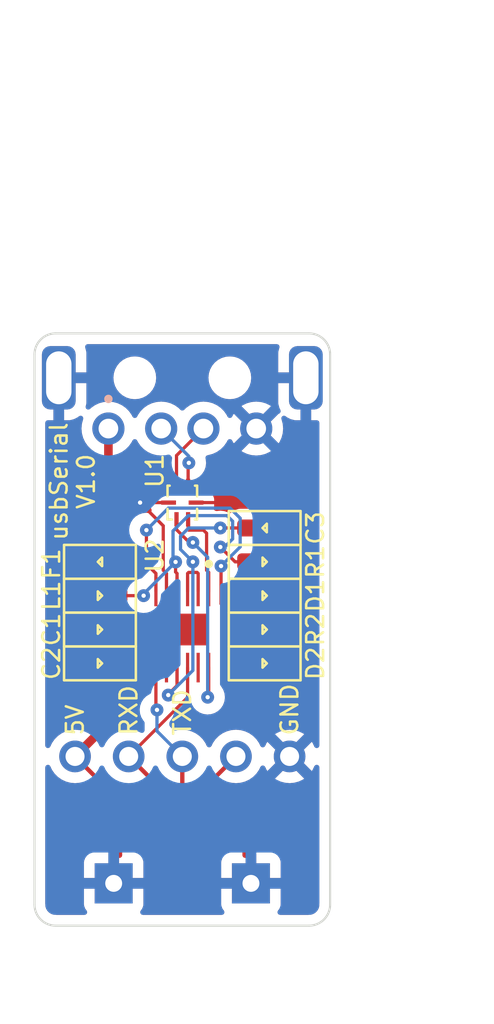
<source format=kicad_pcb>
(kicad_pcb (version 20211014) (generator pcbnew)
  (title_block (title "usbSerial") (date "2022-11-08") (rev "V1.0") (company "https://github.com/KimiakiK"))
  (layers (0 "F.Cu" signal) (31 "B.Cu" signal) (34 "B.Paste" user) (35 "F.Paste" user) (36 "B.SilkS" user "B.Silkscreen") (37 "F.SilkS" user "F.Silkscreen") (38 "B.Mask" user) (39 "F.Mask" user) (44 "Edge.Cuts" user))
  (net 0 "")
  (net 1 "+5V")
  (net 2 "GND")
  (net 3 "+3.3V")
  (net 4 "Net-(D1-Pad2)")
  (net 5 "Net-(D2-Pad2)")
  (net 6 "Net-(F1-Pad1)")
  (net 7 "Net-(F1-Pad2)")
  (net 8 "/-D")
  (net 9 "/+D")
  (net 10 "/RXD")
  (net 11 "/TXD")
  (net 12 "Net-(J2-Pad4)")
  (net 13 "LED")
  (net 14 "/DM")
  (net 15 "/DP")
  (footprint "usbSerial:1608Metric" (layer "F.Cu") (at -3.9 -1.6 180)
    (fp_text reference "L1" (at 2.3 0 90) (layer "F.SilkS") (effects (font (size 0.8 0.8) (thickness 0.12))))
    (fp_text value "L")
    (fp_line (start 0.1 0.2) (end -0.1 0) (layer "F.SilkS") (width 0.12))
    (fp_line (start 0.1 -0.2) (end 0.1 0.2) (layer "F.SilkS") (width 0.12))
    (fp_line (start -1.7 -0.8) (end -1.7 0.8) (layer "F.SilkS") (width 0.12))
    (fp_line (start -1.7 -0.8) (end 1.7 -0.8) (layer "F.SilkS") (width 0.12))
    (fp_line (start -1.7 0.8) (end 1.7 0.8) (layer "F.SilkS") (width 0.12))
    (fp_line (start 1.7 -0.8) (end 1.7 0.8) (layer "F.SilkS") (width 0.12))
    (fp_line (start -0.1 0) (end 0.1 -0.2) (layer "F.SilkS") (width 0.12))
    (pad "1" smd roundrect (at -0.85 0 180) (size 0.9 0.8) (layers "F.Cu" "F.Paste" "F.Mask") (net 1 "+5V"))
    (pad "2" smd roundrect (at 0.85 0 180) (size 0.9 0.8) (layers "F.Cu" "F.Paste" "F.Mask") (net 6 "Net-(F1-Pad1)"))
  )
  (footprint "usbSerial:USB MicroB ZX62-B-5PA" (layer "F.Cu") (at 0 12)
    (fp_text reference "J2" hide)
    (fp_text value "USB_B_Micro")
    (pad "1" smd rect (at -1.3 -2.875) (size 0.3 1.75) (layers "F.Cu" "F.Paste" "F.Mask") (net 1 "+5V"))
    (pad "2" smd rect (at -0.65 -2.875) (size 0.3 1.75) (layers "F.Cu" "F.Paste" "F.Mask") (net 10 "/RXD"))
    (pad "3" smd rect (at 0 -2.875) (size 0.3 1.75) (layers "F.Cu" "F.Paste" "F.Mask") (net 11 "/TXD"))
    (pad "4" smd rect (at 0.65 -2.875) (size 0.3 1.75) (layers "F.Cu" "F.Paste" "F.Mask") (net 12 "Net-(J2-Pad4)"))
    (pad "5" smd rect (at 1.3 -2.875) (size 0.3 1.75) (layers "F.Cu" "F.Paste" "F.Mask") (net 2 "GND"))
    (pad "6" smd rect (at 3.1 -2.55) (size 2.1 1.6) (layers "F.Cu" "F.Paste" "F.Mask") (net 2 "GND"))
    (pad "6" thru_hole rect (at -3.25 0) (size 1.8 1.9) (drill 0.8) (layers *.Cu *.Mask) (net 2 "GND"))
    (pad "6" smd rect (at -3.1 -2.55) (size 2.1 1.6) (layers "F.Cu" "F.Paste" "F.Mask") (net 2 "GND"))
    (pad "6" thru_hole rect (at 3.25 0) (size 1.8 1.9) (drill 0.8) (layers *.Cu *.Mask) (net 2 "GND"))
  )
  (footprint "usbSerial:1608Metric" (layer "F.Cu") (at 3.9 1.6 180)
    (fp_text reference "D2" (at -2.4 0 90) (layer "F.SilkS") (effects (font (size 0.8 0.8) (thickness 0.12))))
    (fp_text value "LED")
    (fp_line (start -0.1 0) (end 0.1 -0.2) (layer "F.SilkS") (width 0.12))
    (fp_line (start 1.7 -0.8) (end 1.7 0.8) (layer "F.SilkS") (width 0.12))
    (fp_line (start -1.7 -0.8) (end -1.7 0.8) (layer "F.SilkS") (width 0.12))
    (fp_line (start 0.1 0.2) (end -0.1 0) (layer "F.SilkS") (width 0.12))
    (fp_line (start -1.7 0.8) (end 1.7 0.8) (layer "F.SilkS") (width 0.12))
    (fp_line (start 0.1 -0.2) (end 0.1 0.2) (layer "F.SilkS") (width 0.12))
    (fp_line (start -1.7 -0.8) (end 1.7 -0.8) (layer "F.SilkS") (width 0.12))
    (pad "1" smd roundrect (at -0.85 0 180) (size 0.9 0.8) (layers "F.Cu" "F.Paste" "F.Mask") (net 2 "GND"))
    (pad "2" smd roundrect (at 0.85 0 180) (size 0.9 0.8) (layers "F.Cu" "F.Paste" "F.Mask") (net 5 "Net-(D2-Pad2)"))
  )
  (footprint "usbSerial:DFN-12-1EP_3x3mm_P0.45mm_EP1.66x2.38mm" (layer "F.Cu") (at 0 0 -90)
    (fp_text reference "U2" (at -3.5 1.3 -90) (layer "F.SilkS") (effects (font (size 0.8 0.8) (thickness 0.12))))
    (fp_text value "FT234XD")
    (fp_circle (center -3.1 -1.25) (end -3 -1.25) (layer "F.SilkS") (width 0.2) (fill none))
    (pad "1" smd rect (at -1.8 -1.25 270) (size 1.4 0.15) (layers "F.Cu" "F.Paste" "F.Mask") (net 14 "/DM"))
    (pad "2" smd rect (at -1.8 -0.75 270) (size 1.4 0.15) (layers "F.Cu" "F.Paste" "F.Mask") (net 3 "+3.3V"))
    (pad "3" smd rect (at -1.8 -0.25 270) (size 1.4 0.15) (layers "F.Cu" "F.Paste" "F.Mask") (net 3 "+3.3V"))
    (pad "4" smd rect (at -1.8 0.25 270) (size 1.4 0.15) (layers "F.Cu" "F.Paste" "F.Mask") (net 1 "+5V"))
    (pad "5" smd rect (at -1.8 0.75 270) (size 1.4 0.15) (layers "F.Cu" "F.Paste" "F.Mask") (net 2 "GND"))
    (pad "6" smd rect (at -1.8 1.25 270) (size 1.4 0.15) (layers "F.Cu" "F.Paste" "F.Mask") (net 13 "LED"))
    (pad "7" smd rect (at 1.8 1.25 270) (size 1.4 0.15) (layers "F.Cu" "F.Paste" "F.Mask") (net 11 "/TXD"))
    (pad "8" smd rect (at 1.8 0.75 270) (size 1.4 0.15) (layers "F.Cu" "F.Paste" "F.Mask"))
    (pad "9" smd rect (at 1.8 0.25 270) (size 1.4 0.15) (layers "F.Cu" "F.Paste" "F.Mask") (net 3 "+3.3V"))
    (pad "10" smd rect (at 1.8 -0.25 270) (size 1.4 0.15) (layers "F.Cu" "F.Paste" "F.Mask") (net 10 "/RXD"))
    (pad "11" smd rect (at 1.8 -0.75 270) (size 1.4 0.15) (layers "F.Cu" "F.Paste" "F.Mask"))
    (pad "12" smd rect (at 1.8 -1.25 270) (size 1.4 0.15) (layers "F.Cu" "F.Paste" "F.Mask") (net 15 "/DP"))
    (pad "13" smd rect (at -0.925 0.75 270) (size 0.35 0.15) (layers "F.Cu" "F.Paste" "F.Mask") (net 2 "GND"))
    (pad "13" smd rect (at 0 0 270) (size 1.5 2.5) (layers "F.Cu" "F.Paste" "F.Mask") (net 2 "GND"))
  )
  (footprint "usbSerial:TestPoint_THTPad_D1.5mm_Drill0.9mm" (layer "F.Cu") (at -5.08 6)
    (fp_text reference "TP1" hide)
    (fp_text value "TestPoint")
    (pad "1" thru_hole circle (at 0 0) (size 1.5 1.5) (drill 0.9) (layers *.Cu *.Mask) (net 1 "+5V"))
  )
  (footprint "usbSerial:TestPoint_THTPad_D1.5mm_Drill0.9mm" (layer "F.Cu") (at 0 6)
    (fp_text reference "TP3" hide)
    (fp_text value "TestPoint")
    (pad "1" thru_hole circle (at 0 0) (size 1.5 1.5) (drill 0.9) (layers *.Cu *.Mask) (net 11 "/TXD"))
  )
  (footprint "usbSerial:1608Metric" (layer "F.Cu") (at 3.9 -3.2 180)
    (fp_text reference "R1" (at -2.4 0 90) (layer "F.SilkS") (effects (font (size 0.8 0.8) (thickness 0.12))))
    (fp_text value "R")
    (fp_line (start 0.1 -0.2) (end 0.1 0.2) (layer "F.SilkS") (width 0.12))
    (fp_line (start 0.1 0.2) (end -0.1 0) (layer "F.SilkS") (width 0.12))
    (fp_line (start 1.7 -0.8) (end 1.7 0.8) (layer "F.SilkS") (width 0.12))
    (fp_line (start -1.7 0.8) (end 1.7 0.8) (layer "F.SilkS") (width 0.12))
    (fp_line (start -1.7 -0.8) (end 1.7 -0.8) (layer "F.SilkS") (width 0.12))
    (fp_line (start -1.7 -0.8) (end -1.7 0.8) (layer "F.SilkS") (width 0.12))
    (fp_line (start -0.1 0) (end 0.1 -0.2) (layer "F.SilkS") (width 0.12))
    (pad "1" smd roundrect (at -0.85 0 180) (size 0.9 0.8) (layers "F.Cu" "F.Paste" "F.Mask") (net 4 "Net-(D1-Pad2)"))
    (pad "2" smd roundrect (at 0.85 0 180) (size 0.9 0.8) (layers "F.Cu" "F.Paste" "F.Mask") (net 1 "+5V"))
  )
  (footprint "usbSerial:TestPoint_THTPad_D1.5mm_Drill0.9mm" (layer "F.Cu") (at 2.54 6)
    (fp_text reference "TP4" hide)
    (fp_text value "TestPoint")
    (pad "1" thru_hole circle (at 0 0) (size 1.5 1.5) (drill 0.9) (layers *.Cu *.Mask) (net 12 "Net-(J2-Pad4)"))
  )
  (footprint "usbSerial:LXES11D" (layer "F.Cu") (at 0 -6)
    (fp_text reference "U1" (at -1.3 -1.5 90) (layer "F.SilkS") (effects (font (size 0.8 0.8) (thickness 0.12))))
    (fp_text value "LXES11DAA2-135")
    (fp_line (start 0.6 -0.8) (end 0.7 -0.8) (layer "F.SilkS") (width 0.12))
    (fp_line (start -0.7 0.8) (end -0.7 0.3) (layer "F.SilkS") (width 0.12))
    (fp_line (start 0.7 -0.8) (end 0.7 -0.3) (layer "F.SilkS") (width 0.12))
    (fp_line (start -0.7 -0.3) (end -0.7 -0.8) (layer "F.SilkS") (width 0.12))
    (fp_line (start -0.5 0.8) (end -0.7 0.8) (layer "F.SilkS") (width 0.12))
    (fp_line (start 0.7 0.8) (end 0.6 0.8) (layer "F.SilkS") (width 0.12))
    (fp_line (start 0.7 0.3) (end 0.7 0.8) (layer "F.SilkS") (width 0.12))
    (fp_line (start -0.7 -0.8) (end -0.6 -0.8) (layer "F.SilkS") (width 0.12))
    (pad "1" smd rect (at -0.275 -0.7875) (size 0.2 0.675) (layers "F.Cu" "F.Paste" "F.Mask") (net 9 "/+D"))
    (pad "2" smd rect (at 0.275 -0.7875) (size 0.2 0.675) (layers "F.Cu" "F.Paste" "F.Mask") (net 8 "/-D"))
    (pad "3" smd rect (at 0.65 0) (size 0.7 0.2) (layers "F.Cu" "F.Paste" "F.Mask") (net 2 "GND"))
    (pad "4" smd rect (at 0.275 0.7875) (size 0.2 0.675) (layers "F.Cu" "F.Paste" "F.Mask") (net 14 "/DM"))
    (pad "5" smd rect (at -0.275 0.7875) (size 0.2 0.675) (layers "F.Cu" "F.Paste" "F.Mask") (net 15 "/DP"))
    (pad "6" smd rect (at -0.65 0) (size 0.7 0.2) (layers "F.Cu" "F.Paste" "F.Mask") (net 2 "GND"))
  )
  (footprint "usbSerial:1608Metric" (layer "F.Cu") (at -3.9 0 180)
    (fp_text reference "C1" (at 2.3 0 90) (layer "F.SilkS") (effects (font (size 0.8 0.8) (thickness 0.12))))
    (fp_text value "10uF")
    (fp_line (start -1.7 0.8) (end 1.7 0.8) (layer "F.SilkS") (width 0.12))
    (fp_line (start -1.7 -0.8) (end -1.7 0.8) (layer "F.SilkS") (width 0.12))
    (fp_line (start 0.1 0.2) (end -0.1 0) (layer "F.SilkS") (width 0.12))
    (fp_line (start -1.7 -0.8) (end 1.7 -0.8) (layer "F.SilkS") (width 0.12))
    (fp_line (start 0.1 -0.2) (end 0.1 0.2) (layer "F.SilkS") (width 0.12))
    (fp_line (start -0.1 0) (end 0.1 -0.2) (layer "F.SilkS") (width 0.12))
    (fp_line (start 1.7 -0.8) (end 1.7 0.8) (layer "F.SilkS") (width 0.12))
    (pad "1" smd roundrect (at -0.85 0 180) (size 0.9 0.8) (layers "F.Cu" "F.Paste" "F.Mask") (net 1 "+5V"))
    (pad "2" smd roundrect (at 0.85 0 180) (size 0.9 0.8) (layers "F.Cu" "F.Paste" "F.Mask") (net 2 "GND"))
  )
  (footprint "usbSerial:1608Metric" (layer "F.Cu") (at 3.9 -4.8)
    (fp_text reference "C3" (at 2.4 0 90) (layer "F.SilkS") (effects (font (size 0.8 0.8) (thickness 0.12))))
    (fp_text value "0.1uF")
    (fp_line (start -1.7 0.8) (end 1.7 0.8) (layer "F.SilkS") (width 0.12))
    (fp_line (start 1.7 -0.8) (end 1.7 0.8) (layer "F.SilkS") (width 0.12))
    (fp_line (start -1.7 -0.8) (end 1.7 -0.8) (layer "F.SilkS") (width 0.12))
    (fp_line (start -1.7 -0.8) (end -1.7 0.8) (layer "F.SilkS") (width 0.12))
    (fp_line (start 0.1 0.2) (end -0.1 0) (layer "F.SilkS") (width 0.12))
    (fp_line (start 0.1 -0.2) (end 0.1 0.2) (layer "F.SilkS") (width 0.12))
    (fp_line (start -0.1 0) (end 0.1 -0.2) (layer "F.SilkS") (width 0.12))
    (pad "1" smd roundrect (at -0.85 0) (size 0.9 0.8) (layers "F.Cu" "F.Paste" "F.Mask") (net 3 "+3.3V"))
    (pad "2" smd roundrect (at 0.85 0) (size 0.9 0.8) (layers "F.Cu" "F.Paste" "F.Mask") (net 2 "GND"))
  )
  (footprint "usbSerial:1608Metric" (layer "F.Cu") (at 3.9 0 180)
    (fp_text reference "R2" (at -2.4 0 90) (layer "F.SilkS") (effects (font (size 0.8 0.8) (thickness 0.12))))
    (fp_text value "R")
    (fp_line (start 0.1 -0.2) (end 0.1 0.2) (layer "F.SilkS") (width 0.12))
    (fp_line (start 0.1 0.2) (end -0.1 0) (layer "F.SilkS") (width 0.12))
    (fp_line (start -1.7 -0.8) (end -1.7 0.8) (layer "F.SilkS") (width 0.12))
    (fp_line (start -0.1 0) (end 0.1 -0.2) (layer "F.SilkS") (width 0.12))
    (fp_line (start 1.7 -0.8) (end 1.7 0.8) (layer "F.SilkS") (width 0.12))
    (fp_line (start -1.7 -0.8) (end 1.7 -0.8) (layer "F.SilkS") (width 0.12))
    (fp_line (start -1.7 0.8) (end 1.7 0.8) (layer "F.SilkS") (width 0.12))
    (pad "1" smd roundrect (at -0.85 0 180) (size 0.9 0.8) (layers "F.Cu" "F.Paste" "F.Mask") (net 5 "Net-(D2-Pad2)"))
    (pad "2" smd roundrect (at 0.85 0 180) (size 0.9 0.8) (layers "F.Cu" "F.Paste" "F.Mask") (net 13 "LED"))
  )
  (footprint "usbSerial:1608Metric" (layer "F.Cu") (at 3.9 -1.6 180)
    (fp_text reference "D1" (at -2.4 0 90) (layer "F.SilkS") (effects (font (size 0.8 0.8) (thickness 0.12))))
    (fp_text value "LED")
    (fp_line (start -1.7 0.8) (end 1.7 0.8) (layer "F.SilkS") (width 0.12))
    (fp_line (start -0.1 0) (end 0.1 -0.2) (layer "F.SilkS") (width 0.12))
    (fp_line (start -1.7 -0.8) (end 1.7 -0.8) (layer "F.SilkS") (width 0.12))
    (fp_line (start -1.7 -0.8) (end -1.7 0.8) (layer "F.SilkS") (width 0.12))
    (fp_line (start 0.1 0.2) (end -0.1 0) (layer "F.SilkS") (width 0.12))
    (fp_line (start 1.7 -0.8) (end 1.7 0.8) (layer "F.SilkS") (width 0.12))
    (fp_line (start 0.1 -0.2) (end 0.1 0.2) (layer "F.SilkS") (width 0.12))
    (pad "1" smd roundrect (at -0.85 0 180) (size 0.9 0.8) (layers "F.Cu" "F.Paste" "F.Mask") (net 2 "GND"))
    (pad "2" smd roundrect (at 0.85 0 180) (size 0.9 0.8) (layers "F.Cu" "F.Paste" "F.Mask") (net 4 "Net-(D1-Pad2)"))
  )
  (footprint "usbSerial:TestPoint_THTPad_D1.5mm_Drill0.9mm" (layer "F.Cu") (at 5.08 6)
    (fp_text reference "TP5" hide)
    (fp_text value "TestPoint")
    (pad "1" thru_hole circle (at 0 0) (size 1.5 1.5) (drill 0.9) (layers *.Cu *.Mask) (net 2 "GND"))
  )
  (footprint "usbSerial:1608Metric" (layer "F.Cu") (at -3.9 1.6 180)
    (fp_text reference "C2" (at 2.3 0 90) (layer "F.SilkS") (effects (font (size 0.8 0.8) (thickness 0.12))))
    (fp_text value "0.1uF")
    (fp_line (start 0.1 0.2) (end -0.1 0) (layer "F.SilkS") (width 0.12))
    (fp_line (start -0.1 0) (end 0.1 -0.2) (layer "F.SilkS") (width 0.12))
    (fp_line (start -1.7 -0.8) (end 1.7 -0.8) (layer "F.SilkS") (width 0.12))
    (fp_line (start 0.1 -0.2) (end 0.1 0.2) (layer "F.SilkS") (width 0.12))
    (fp_line (start -1.7 0.8) (end 1.7 0.8) (layer "F.SilkS") (width 0.12))
    (fp_line (start -1.7 -0.8) (end -1.7 0.8) (layer "F.SilkS") (width 0.12))
    (fp_line (start 1.7 -0.8) (end 1.7 0.8) (layer "F.SilkS") (width 0.12))
    (pad "1" smd roundrect (at -0.85 0 180) (size 0.9 0.8) (layers "F.Cu" "F.Paste" "F.Mask") (net 1 "+5V"))
    (pad "2" smd roundrect (at 0.85 0 180) (size 0.9 0.8) (layers "F.Cu" "F.Paste" "F.Mask") (net 2 "GND"))
  )
  (footprint "usbSerial:1608Metric" (layer "F.Cu") (at -3.9 -3.2)
    (fp_text reference "F1" (at -2.3 0.1 90) (layer "F.SilkS") (effects (font (size 0.8 0.8) (thickness 0.12))))
    (fp_text value "Polyfuse")
    (fp_line (start -0.1 0) (end 0.1 -0.2) (layer "F.SilkS") (width 0.12))
    (fp_line (start -1.7 0.8) (end 1.7 0.8) (layer "F.SilkS") (width 0.12))
    (fp_line (start -1.7 -0.8) (end -1.7 0.8) (layer "F.SilkS") (width 0.12))
    (fp_line (start 0.1 -0.2) (end 0.1 0.2) (layer "F.SilkS") (width 0.12))
    (fp_line (start 0.1 0.2) (end -0.1 0) (layer "F.SilkS") (width 0.12))
    (fp_line (start 1.7 -0.8) (end 1.7 0.8) (layer "F.SilkS") (width 0.12))
    (fp_line (start -1.7 -0.8) (end 1.7 -0.8) (layer "F.SilkS") (width 0.12))
    (pad "1" smd roundrect (at -0.85 0) (size 0.9 0.8) (layers "F.Cu" "F.Paste" "F.Mask") (net 6 "Net-(F1-Pad1)"))
    (pad "2" smd roundrect (at 0.85 0) (size 0.9 0.8) (layers "F.Cu" "F.Paste" "F.Mask") (net 7 "Net-(F1-Pad2)"))
  )
  (footprint "usbSerial:TestPoint_THTPad_D1.5mm_Drill0.9mm" (layer "F.Cu") (at -2.54 6)
    (fp_text reference "TP2" hide)
    (fp_text value "TestPoint")
    (pad "1" thru_hole circle (at 0 0) (size 1.5 1.5) (drill 0.9) (layers *.Cu *.Mask) (net 10 "/RXD"))
  )
  (footprint "usbSerial:USB Type-A" (layer "B.Cu") (at 0 -9.5 180)
    (fp_text reference "J1" hide)
    (fp_text value "USB_A")
    (fp_circle (center 3.5 1.4) (end 3.6 1.4) (layer "B.SilkS") (width 0.2) (fill none))
    (pad "" np_thru_hole circle (at 2.25 2.4 180) (size 1 1) (drill 1) (layers *.Cu *.Mask))
    (pad "" np_thru_hole circle (at -2.25 2.4 180) (size 1 1) (drill 1) (layers *.Cu *.Mask))
    (pad "1" thru_hole circle (at 3.5 0 180) (size 1.524 1.524) (drill 0.93) (layers *.Cu *.Mask) (net 7 "Net-(F1-Pad2)"))
    (pad "2" thru_hole circle (at 1 0 180) (size 1.524 1.524) (drill 0.93) (layers *.Cu *.Mask) (net 8 "/-D"))
    (pad "3" thru_hole circle (at -1 0 180) (size 1.524 1.524) (drill 0.93) (layers *.Cu *.Mask) (net 9 "/+D"))
    (pad "4" thru_hole circle (at -3.5 0 180) (size 1.524 1.524) (drill 0.93) (layers *.Cu *.Mask) (net 2 "GND"))
    (pad "5" thru_hole roundrect (at 5.85 2.4 180) (size 1.6 3) (drill oval 1.2 2.5) (layers *.Cu *.Mask) (net 2 "GND"))
    (pad "5" thru_hole roundrect (at -5.85 2.4 180) (size 1.6 3) (drill oval 1.2 2.5) (layers *.Cu *.Mask) (net 2 "GND"))
  )
  (gr_arc (start -7 -13) (mid -6.707107 -13.707107) (end -6 -14) (layer "Edge.Cuts") (width 0.1))
  (gr_arc (start 6 -14) (mid 6.707107 -13.707107) (end 7 -13) (layer "Edge.Cuts") (width 0.1))
  (gr_line (start -6 -14) (end 6 -14) (layer "Edge.Cuts") (width 0.1))
  (gr_line (start -7 13) (end -7 -13) (layer "Edge.Cuts") (width 0.1))
  (gr_line (start 6 14) (end -6 14) (layer "Edge.Cuts") (width 0.1))
  (gr_line (start 7 -13) (end 7 13) (layer "Edge.Cuts") (width 0.1))
  (gr_arc (start 7 13) (mid 6.707107 13.707107) (end 6 14) (layer "Edge.Cuts") (width 0.1))
  (gr_arc (start -6 14) (mid -6.707107 13.707107) (end -7 13) (layer "Edge.Cuts") (width 0.1))
  (gr_text "TXD" (at 0 5.08 90) (layer "F.SilkS") (effects (font (size 0.8 0.8) (thickness 0.12)) (justify left)))
  (gr_text "RXD" (at -2.54 5.08 90) (layer "F.SilkS") (effects (font (size 0.8 0.8) (thickness 0.12)) (justify left)))
  (gr_text "5V" (at -5.08 5.08 90) (layer "F.SilkS") (effects (font (size 0.8 0.8) (thickness 0.12)) (justify left)))
  (gr_text "GND" (at 5.08 5.08 90) (layer "F.SilkS") (effects (font (size 0.8 0.8) (thickness 0.12)) (justify left)))
  (gr_text "usbSerial\nV1.0" (at -5.2 -7 90) (layer "F.SilkS") (effects (font (size 0.8 0.8) (thickness 0.12))))
  (segment (start 2.5 -3.2) (end 1.8 -3.9) (width 0.1524) (layer "F.Cu") (net 1))
  (segment (start -3.05 -1.6) (end -3.05 1.6) (width 0.4064) (layer "F.Cu") (net 1))
  (segment (start -3.08 8) (end -5.08 6) (width 0.2032) (layer "F.Cu") (net 1))
  (segment (start -3.05 1.6) (end -3.05 3.97) (width 0.4064) (layer "F.Cu") (net 1))
  (segment (start -3.05 3.97) (end -5.08 6) (width 0.4064) (layer "F.Cu") (net 1))
  (segment (start 3.05 -3.2) (end 2.5 -3.2) (width 0.1524) (layer "F.Cu") (net 1))
  (segment (start -1.3 8) (end -3.08 8) (width 0.2032) (layer "F.Cu") (net 1))
  (segment (start -1.832502 -1.6) (end -3.05 -1.6) (width 0.1524) (layer "F.Cu") (net 1))
  (segment (start -1.3 9.125) (end -1.3 8) (width 0.2032) (layer "F.Cu") (net 1))
  (segment (start -0.31889 -2.71889) (end -0.31889 -3.193413) (width 0.1524) (layer "F.Cu") (net 1))
  (segment (start -0.25 -2.65) (end -0.31889 -2.71889) (width 0.1524) (layer "F.Cu") (net 1))
  (segment (start -0.25 -1.8) (end -0.25 -2.65) (width 0.1524) (layer "F.Cu") (net 1))
  (via (at 1.8 -3.9) (size 0.6096) (drill 0.2032) (layers "F.Cu" "B.Cu") (net 1))
  (via (at -0.31889 -3.193413) (size 0.6096) (drill 0.2032) (layers "F.Cu" "B.Cu") (net 1))
  (via (at -1.832502 -1.6) (size 0.6096) (drill 0.2032) (layers "F.Cu" "B.Cu") (net 1))
  (segment (start 2 -3.9) (end 2.3842 -4.2842) (width 0.1524) (layer "B.Cu") (net 1))
  (segment (start -0.4398 -4.6602) (end -0.4398 -3.314323) (width 0.1524) (layer "B.Cu") (net 1))
  (segment (start -0.31889 -3.193413) (end -1.832502 -1.679801) (width 0.1524) (layer "B.Cu") (net 1))
  (segment (start 2.3842 -4.2842) (end 2.3842 -5.1158) (width 0.1524) (layer "B.Cu") (net 1))
  (segment (start 2.3842 -5.1158) (end 2.1158 -5.3842) (width 0.1524) (layer "B.Cu") (net 1))
  (segment (start 0.2842 -5.3842) (end -0.4398 -4.6602) (width 0.1524) (layer "B.Cu") (net 1))
  (segment (start -1.832502 -1.679801) (end -1.832502 -1.6) (width 0.1524) (layer "B.Cu") (net 1))
  (segment (start 1.8 -3.9) (end 2 -3.9) (width 0.1524) (layer "B.Cu") (net 1))
  (segment (start 2.1158 -5.3842) (end 0.2842 -5.3842) (width 0.1524) (layer "B.Cu") (net 1))
  (segment (start -0.4398 -3.314323) (end -0.31889 -3.193413) (width 0.1524) (layer "B.Cu") (net 1))
  (segment (start 0.65 -6) (end 1.5 -6) (width 0.1524) (layer "F.Cu") (net 2))
  (segment (start 5.08 6) (end 3.08 8) (width 0.2032) (layer "F.Cu") (net 2))
  (segment (start -0.75 -2.65) (end -0.90309 -2.80309) (width 0.1524) (layer "F.Cu") (net 2))
  (segment (start -0.65 -6) (end -1.5 -6) (width 0.1524) (layer "F.Cu") (net 2))
  (segment (start -0.90309 -4.90309) (end -2 -6) (width 0.1524) (layer "F.Cu") (net 2))
  (segment (start -0.75 -1.8) (end -0.75 -2.65) (width 0.1524) (layer "F.Cu") (net 2))
  (segment (start -0.90309 -2.80309) (end -0.90309 -4.90309) (width 0.1524) (layer "F.Cu") (net 2))
  (segment (start 1.3 9.125) (end 1.3 8) (width 0.2032) (layer "F.Cu") (net 2))
  (segment (start 3.08 8) (end 1.3 8) (width 0.2032) (layer "F.Cu") (net 2))
  (via (at -2 -6) (size 0.6096) (drill 0.2032) (layers "F.Cu" "B.Cu") (net 2))
  (segment (start -0.6663 3.0663) (end -0.6663 3.1) (width 0.1524) (layer "F.Cu") (net 3))
  (segment (start 0.75 -2.65) (end 0.7 -2.7) (width 0.1524) (layer "F.Cu") (net 3))
  (segment (start 0.25 -2.65) (end 0.3 -2.7) (width 0.1524) (layer "F.Cu") (net 3))
  (segment (start 0.25 -1.8) (end 0.25 -2.65) (width 0.1524) (layer "F.Cu") (net 3))
  (segment (start 0.5 -2.7) (end 0.3 -2.7) (width 0.1524) (layer "F.Cu") (net 3))
  (segment (start 0.75 -1.8) (end 0.75 -2.65) (width 0.1524) (layer "F.Cu") (net 3))
  (segment (start 1.8 -4.8) (end 3.05 -4.8) (width 0.1524) (layer "F.Cu") (net 3))
  (segment (start 0.5 -2.7) (end 0.5 -3.2) (width 0.1524) (layer "F.Cu") (net 3))
  (segment (start -0.25 1.8) (end -0.25 2.65) (width 0.1524) (layer "F.Cu") (net 3))
  (segment (start -0.25 2.65) (end -0.6663 3.0663) (width 0.1524) (layer "F.Cu") (net 3))
  (segment (start 0.7 -2.7) (end 0.5 -2.7) (width 0.1524) (layer "F.Cu") (net 3))
  (via (at 0.5 -3.2) (size 0.6096) (drill 0.2032) (layers "F.Cu" "B.Cu") (net 3))
  (via (at 1.8 -4.8) (size 0.6096) (drill 0.2032) (layers "F.Cu" "B.Cu") (net 3))
  (via (at -0.6663 3.1) (size 0.6096) (drill 0.2032) (layers "F.Cu" "B.Cu") (net 3))
  (segment (start -0.6663 3.1) (end 0.5 1.9337) (width 0.1524) (layer "B.Cu") (net 3))
  (segment (start 0.3 -4.8) (end 1.8 -4.8) (width 0.1524) (layer "B.Cu") (net 3))
  (segment (start 0.5 1.9337) (end 0.5 -3.2) (width 0.1524) (layer "B.Cu") (net 3))
  (segment (start -0.0842 -3.7842) (end -0.0842 -4.4158) (width 0.1524) (layer "B.Cu") (net 3))
  (segment (start -0.0842 -4.4158) (end 0.3 -4.8) (width 0.1524) (layer "B.Cu") (net 3))
  (segment (start 0.5 -3.2) (end -0.0842 -3.7842) (width 0.1524) (layer "B.Cu") (net 3))
  (segment (start 3.15 -1.6) (end 3.05 -1.6) (width 0.2032) (layer "F.Cu") (net 4))
  (segment (start 4.75 -3.2) (end 3.15 -1.6) (width 0.2032) (layer "F.Cu") (net 4))
  (segment (start 4.75 0) (end 3.15 1.6) (width 0.2032) (layer "F.Cu") (net 5))
  (segment (start 3.15 1.6) (end 3.05 1.6) (width 0.2032) (layer "F.Cu") (net 5))
  (segment (start -4.75 -3.2) (end -4.75 -1.6) (width 0.4064) (layer "F.Cu") (net 6))
  (segment (start -3.5 -9.5) (end -3.5 -6.6) (width 0.4064) (layer "F.Cu") (net 7))
  (segment (start -3.5 -6.6) (end -3.05 -6.15) (width 0.4064) (layer "F.Cu") (net 7))
  (segment (start -3.05 -6.15) (end -3.05 -3.2) (width 0.4064) (layer "F.Cu") (net 7))
  (segment (start 0.275 -7.843861) (end 0.3087 -7.877561) (width 0.1524) (layer "F.Cu") (net 8))
  (segment (start 0.275 -6.7875) (end 0.275 -7.843861) (width 0.1524) (layer "F.Cu") (net 8))
  (via (at 0.3087 -7.877561) (size 0.6096) (drill 0.2032) (layers "F.Cu" "B.Cu") (net 8))
  (segment (start 0.3087 -8.1913) (end -1 -9.5) (width 0.1524) (layer "B.Cu") (net 8))
  (segment (start 0.3087 -7.877561) (end 0.3087 -8.1913) (width 0.1524) (layer "B.Cu") (net 8))
  (segment (start -0.275 -8.225) (end 1 -9.5) (width 0.1524) (layer "F.Cu") (net 9))
  (segment (start -0.275 -6.7875) (end -0.275 -8.225) (width 0.1524) (layer "F.Cu") (net 9))
  (segment (start 0.25 3.21) (end -2.54 6) (width 0.1524) (layer "F.Cu") (net 10))
  (segment (start 0.25 1.8) (end 0.25 3.21) (width 0.1524) (layer "F.Cu") (net 10))
  (segment (start -0.65 7.89) (end -2.54 6) (width 0.2032) (layer "F.Cu") (net 10))
  (segment (start -0.65 9.125) (end -0.65 7.89) (width 0.2032) (layer "F.Cu") (net 10))
  (segment (start 0 9.125) (end 0 6) (width 0.2032) (layer "F.Cu") (net 11))
  (segment (start -1.2 3.8) (end -1.25 3.75) (width 0.1524) (layer "F.Cu") (net 11))
  (segment (start -1.25 3.75) (end -1.25 1.8) (width 0.1524) (layer "F.Cu") (net 11))
  (via (at -1.2 3.8) (size 0.6096) (drill 0.2032) (layers "F.Cu" "B.Cu") (net 11))
  (segment (start -1.2 3.8) (end -1.2 4.8) (width 0.1524) (layer "B.Cu") (net 11))
  (segment (start -1.2 4.8) (end 0 6) (width 0.1524) (layer "B.Cu") (net 11))
  (segment (start 0.65 7.89) (end 2.54 6) (width 0.2032) (layer "F.Cu") (net 12))
  (segment (start 0.65 9.125) (end 0.65 7.89) (width 0.2032) (layer "F.Cu") (net 12))
  (segment (start 1.8337 -1.2163) (end 1.8337 -3) (width 0.1524) (layer "F.Cu") (net 13))
  (segment (start -1.25 -2.65) (end -1.7 -3.1) (width 0.1524) (layer "F.Cu") (net 13))
  (segment (start 3.05 0) (end 1.8337 -1.2163) (width 0.1524) (layer "F.Cu") (net 13))
  (segment (start -1.7 -3.1) (end -1.7 -4.7) (width 0.1524) (layer "F.Cu") (net 13))
  (segment (start -1.25 -1.8) (end -1.25 -2.65) (width 0.1524) (layer "F.Cu") (net 13))
  (via (at 1.8337 -3) (size 0.6096) (drill 0.2032) (layers "F.Cu" "B.Cu") (net 13))
  (via (at -1.7 -4.7) (size 0.6096) (drill 0.2032) (layers "F.Cu" "B.Cu") (net 13))
  (segment (start -0.6602 -5.7398) (end -1.7 -4.7) (width 0.1524) (layer "B.Cu") (net 13))
  (segment (start 2.263094 -5.7398) (end -0.6602 -5.7398) (width 0.1524) (layer "B.Cu") (net 13))
  (segment (start 2.7398 -3.9061) (end 2.7398 -5.263094) (width 0.1524) (layer "B.Cu") (net 13))
  (segment (start 1.8337 -3) (end 2.7398 -3.9061) (width 0.1524) (layer "B.Cu") (net 13))
  (segment (start 2.7398 -5.263094) (end 2.263094 -5.7398) (width 0.1524) (layer "B.Cu") (net 13))
  (segment (start 1.15 -4.55) (end 1.15 -2.8) (width 0.1524) (layer "F.Cu") (net 14))
  (segment (start 1.25 -1.8) (end 1.25 -2.7) (width 0.1524) (layer "F.Cu") (net 14))
  (segment (start 0.275 -4.725) (end 0.3 -4.7) (width 0.1524) (layer "F.Cu") (net 14))
  (segment (start 1.25 -2.7) (end 1.15 -2.8) (width 0.1524) (layer "F.Cu") (net 14))
  (segment (start 1 -4.7) (end 1.15 -4.55) (width 0.1524) (layer "F.Cu") (net 14))
  (segment (start 0.3 -4.7) (end 1 -4.7) (width 0.1524) (layer "F.Cu") (net 14))
  (segment (start 0.275 -5.2125) (end 0.275 -4.725) (width 0.1524) (layer "F.Cu") (net 14))
  (segment (start -0.275 -5.2125) (end -0.275 -4.7226) (width 0.1524) (layer "F.Cu") (net 15))
  (segment (start 0.3313 -4.1163) (end 0.5 -4.1163) (width 0.1524) (layer "F.Cu") (net 15))
  (segment (start -0.275 -4.7226) (end 0.3313 -4.1163) (width 0.1524) (layer "F.Cu") (net 15))
  (segment (start 1.25 3.15) (end 1.25 1.8) (width 0.1524) (layer "F.Cu") (net 15))
  (segment (start 1.2 3.2) (end 1.25 3.15) (width 0.1524) (layer "F.Cu") (net 15))
  (via (at 0.5 -4.1163) (size 0.6096) (drill 0.2032) (layers "F.Cu" "B.Cu") (net 15))
  (via (at 1.2 3.2) (size 0.6096) (drill 0.2032) (layers "F.Cu" "B.Cu") (net 15))
  (segment (start 0.5 -4.1163) (end 1.2 -3.4163) (width 0.1524) (layer "B.Cu") (net 15))
  (segment (start 1.2 -3.4163) (end 1.2 3.2) (width 0.1524) (layer "B.Cu") (net 15))
  (zone (net 0) (net_name "") (layer "F.Cu") (connect_pads (clearance 0)) (min_thickness 0.254)
    (keepout (tracks allowed) (vias allowed) (pads allowed) (copperpour not_allowed) (footprints allowed))
    (fill (thermal_gap 0.508) (thermal_bridge_width 0.508))
    (polygon (pts (xy 1.4 2.6) (xy -1.4 2.6) (xy -1.4 -2.6) (xy 1.4 -2.6)))
  )
  (zone (net 0) (net_name "") (layer "F.Cu") (connect_pads (clearance 0)) (min_thickness 0.254)
    (keepout (tracks allowed) (vias allowed) (pads allowed) (copperpour not_allowed) (footprints allowed))
    (fill (thermal_gap 0.508) (thermal_bridge_width 0.508))
    (polygon (pts (xy 1.75 10.6) (xy -1.75 10.6) (xy -1.75 8.1) (xy 1.75 8.1)))
  )
  (zone (net 2) (net_name "GND") (layer "F.Cu") (connect_pads (clearance 0.508)) (min_thickness 0.254) (fill yes (thermal_gap 0.508) (thermal_bridge_width 0.508))
    (polygon (pts (xy 7 14) (xy -7 14) (xy -7 -14) (xy 7 -14)))
  )
  (zone (net 0) (net_name "") (layer "F.Cu") (connect_pads (clearance 0)) (min_thickness 0.254)
    (keepout (tracks allowed) (vias allowed) (pads allowed) (copperpour not_allowed) (footprints allowed))
    (fill (thermal_gap 0.508) (thermal_bridge_width 0.508))
    (polygon (pts (xy 2.95 2.5) (xy 1.45 2.5) (xy 1.45 2.1) (xy 2.95 2.1)))
  )
  (zone (net 2) (net_name "GND") (layer "B.Cu") (connect_pads (clearance 0.508)) (min_thickness 0.254) (fill yes (thermal_gap 0.508) (thermal_bridge_width 0.508))
    (polygon (pts (xy 7 14) (xy -7 14) (xy -7 -14) (xy 7 -14)))
  )
)
</source>
